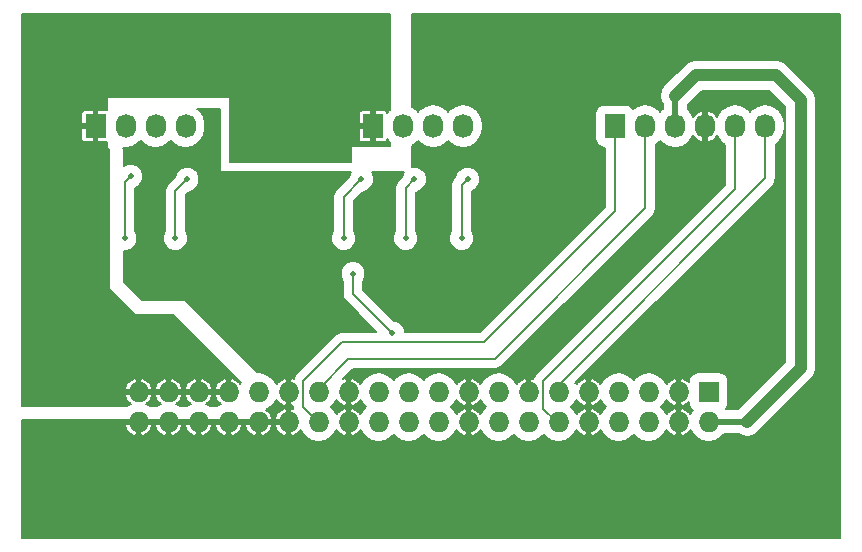
<source format=gbr>
G04 #@! TF.FileFunction,Copper,L2,Bot,Mixed*
%FSLAX46Y46*%
G04 Gerber Fmt 4.6, Leading zero omitted, Abs format (unit mm)*
G04 Created by KiCad (PCBNEW 4.0.4-stable) date 02/07/17 10:52:47*
%MOMM*%
%LPD*%
G01*
G04 APERTURE LIST*
%ADD10C,0.100000*%
%ADD11R,1.727200X1.727200*%
%ADD12O,1.727200X1.727200*%
%ADD13R,1.727200X2.032000*%
%ADD14O,1.727200X2.032000*%
%ADD15C,0.500000*%
%ADD16C,0.150000*%
%ADD17C,0.500000*%
%ADD18C,1.000000*%
%ADD19C,0.200000*%
G04 APERTURE END LIST*
D10*
D11*
X170900000Y-111520000D03*
D12*
X170900000Y-114060000D03*
X168360000Y-111520000D03*
X168360000Y-114060000D03*
X165820000Y-111520000D03*
X165820000Y-114060000D03*
X163280000Y-111520000D03*
X163280000Y-114060000D03*
X160740000Y-111520000D03*
X160740000Y-114060000D03*
X158200000Y-111520000D03*
X158200000Y-114060000D03*
X155660000Y-111520000D03*
X155660000Y-114060000D03*
X153120000Y-111520000D03*
X153120000Y-114060000D03*
X150580000Y-111520000D03*
X150580000Y-114060000D03*
X148040000Y-111520000D03*
X148040000Y-114060000D03*
X145500000Y-111520000D03*
X145500000Y-114060000D03*
X142960000Y-111520000D03*
X142960000Y-114060000D03*
X140420000Y-111520000D03*
X140420000Y-114060000D03*
X137880000Y-111520000D03*
X137880000Y-114060000D03*
X135340000Y-111520000D03*
X135340000Y-114060000D03*
X132800000Y-111520000D03*
X132800000Y-114060000D03*
X130260000Y-111520000D03*
X130260000Y-114060000D03*
X127720000Y-111520000D03*
X127720000Y-114060000D03*
X125180000Y-111520000D03*
X125180000Y-114060000D03*
X122640000Y-111520000D03*
X122640000Y-114060000D03*
D13*
X119000000Y-89000000D03*
D14*
X121540000Y-89000000D03*
X124080000Y-89000000D03*
X126620000Y-89000000D03*
D13*
X142500000Y-89000000D03*
D14*
X145040000Y-89000000D03*
X147580000Y-89000000D03*
X150120000Y-89000000D03*
D13*
X163000000Y-89000000D03*
D14*
X165540000Y-89000000D03*
X168080000Y-89000000D03*
X170620000Y-89000000D03*
X173160000Y-89000000D03*
X175700000Y-89000000D03*
D15*
X137700000Y-99900000D03*
X137600000Y-105100000D03*
X132700000Y-105000000D03*
X132700000Y-99800000D03*
X144130000Y-106500000D03*
X140800000Y-101500000D03*
X126750000Y-93500000D03*
X125750000Y-98500000D03*
X122000000Y-93250000D03*
X121500000Y-98500000D03*
X150500000Y-93500000D03*
X150000000Y-98500000D03*
X146000000Y-93500000D03*
X145250000Y-98500000D03*
X141500000Y-93500000D03*
X140000000Y-98500000D03*
D16*
X137700000Y-105000000D02*
X137700000Y-99900000D01*
X137600000Y-105100000D02*
X137700000Y-105000000D01*
X132700000Y-99800000D02*
X132700000Y-105000000D01*
D17*
X168080000Y-89000000D02*
X168080000Y-86420000D01*
X174200000Y-114000000D02*
X170960000Y-114000000D01*
D18*
X178700000Y-109500000D02*
X174200000Y-114000000D01*
X178700000Y-86800000D02*
X178700000Y-109500000D01*
X176600000Y-84700000D02*
X178700000Y-86800000D01*
X169800000Y-84700000D02*
X176600000Y-84700000D01*
X168080000Y-86420000D02*
X169800000Y-84700000D01*
D17*
X170960000Y-114000000D02*
X170900000Y-114060000D01*
D16*
X158200000Y-111520000D02*
X158200000Y-110900000D01*
X158200000Y-110900000D02*
X175700000Y-93400000D01*
X175700000Y-93400000D02*
X175700000Y-89000000D01*
X158200000Y-114060000D02*
X158060000Y-114060000D01*
X158060000Y-114060000D02*
X156900000Y-112900000D01*
X173160000Y-94340000D02*
X173160000Y-89000000D01*
X156900000Y-110600000D02*
X173160000Y-94340000D01*
X156900000Y-112900000D02*
X156900000Y-110600000D01*
X158200000Y-114060000D02*
X158340000Y-114060000D01*
X165540000Y-89000000D02*
X165540000Y-95960000D01*
X140400000Y-108700000D02*
X137880000Y-111220000D01*
X152800000Y-108700000D02*
X140400000Y-108700000D01*
X165540000Y-95960000D02*
X152800000Y-108700000D01*
X137880000Y-111220000D02*
X137880000Y-111520000D01*
X137880000Y-114060000D02*
X137860000Y-114060000D01*
X137860000Y-114060000D02*
X136600000Y-112800000D01*
X136600000Y-112800000D02*
X136600000Y-110600000D01*
X136600000Y-110600000D02*
X139900000Y-107300000D01*
X139900000Y-107300000D02*
X151900000Y-107300000D01*
X151900000Y-107300000D02*
X163000000Y-96200000D01*
X163000000Y-96200000D02*
X163000000Y-89000000D01*
X144125000Y-106505000D02*
X144105000Y-106505000D01*
X144130000Y-106500000D02*
X144125000Y-106505000D01*
X144105000Y-106505000D02*
X140800000Y-103200000D01*
X140800000Y-103200000D02*
X140800000Y-101500000D01*
X125750000Y-98500000D02*
X125750000Y-94500000D01*
X125750000Y-94500000D02*
X126750000Y-93500000D01*
X121500000Y-93750000D02*
X121500000Y-98500000D01*
X122000000Y-93250000D02*
X121500000Y-93750000D01*
X150000000Y-94000000D02*
X150000000Y-98500000D01*
X150500000Y-93500000D02*
X150000000Y-94000000D01*
X145250000Y-98500000D02*
X145250000Y-94250000D01*
X145250000Y-94250000D02*
X146000000Y-93500000D01*
X140000000Y-95000000D02*
X140000000Y-98500000D01*
X141500000Y-93500000D02*
X140000000Y-95000000D01*
D19*
G36*
X143900000Y-87611395D02*
X143863657Y-87635679D01*
X143699760Y-87880968D01*
X143660316Y-87785741D01*
X143561859Y-87687285D01*
X143433220Y-87634000D01*
X142741500Y-87634000D01*
X142654000Y-87721500D01*
X142654000Y-88846000D01*
X142674000Y-88846000D01*
X142674000Y-89154000D01*
X142654000Y-89154000D01*
X142654000Y-90278500D01*
X142741500Y-90366000D01*
X143433220Y-90366000D01*
X143561859Y-90312715D01*
X143660316Y-90214259D01*
X143699760Y-90119032D01*
X143863657Y-90364321D01*
X143900000Y-90388605D01*
X143900000Y-90700000D01*
X140700000Y-90700000D01*
X140661094Y-90707879D01*
X140628319Y-90730273D01*
X140606839Y-90763654D01*
X140600000Y-90800000D01*
X140600000Y-92000000D01*
X130400000Y-92000000D01*
X130400000Y-89241500D01*
X141286400Y-89241500D01*
X141286400Y-90085619D01*
X141339684Y-90214259D01*
X141438141Y-90312715D01*
X141566780Y-90366000D01*
X142258500Y-90366000D01*
X142346000Y-90278500D01*
X142346000Y-89154000D01*
X141373900Y-89154000D01*
X141286400Y-89241500D01*
X130400000Y-89241500D01*
X130400000Y-87914381D01*
X141286400Y-87914381D01*
X141286400Y-88758500D01*
X141373900Y-88846000D01*
X142346000Y-88846000D01*
X142346000Y-87721500D01*
X142258500Y-87634000D01*
X141566780Y-87634000D01*
X141438141Y-87687285D01*
X141339684Y-87785741D01*
X141286400Y-87914381D01*
X130400000Y-87914381D01*
X130400000Y-86600000D01*
X130392121Y-86561094D01*
X130369727Y-86528319D01*
X130336346Y-86506839D01*
X130300000Y-86500000D01*
X120100000Y-86500000D01*
X120061094Y-86507879D01*
X120028319Y-86530273D01*
X120006839Y-86563654D01*
X120000000Y-86600000D01*
X120000000Y-87661662D01*
X119933220Y-87634000D01*
X119241500Y-87634000D01*
X119154000Y-87721500D01*
X119154000Y-88846000D01*
X119174000Y-88846000D01*
X119174000Y-89154000D01*
X119154000Y-89154000D01*
X119154000Y-90278500D01*
X119241500Y-90366000D01*
X119933220Y-90366000D01*
X120000000Y-90338338D01*
X120000000Y-90800000D01*
X120007879Y-90838906D01*
X120030273Y-90871681D01*
X120063654Y-90893161D01*
X120100000Y-90900000D01*
X120150000Y-90900000D01*
X120150000Y-102700000D01*
X120157879Y-102738906D01*
X120178481Y-102769893D01*
X122328481Y-104969893D01*
X122361308Y-104992211D01*
X122400000Y-105000000D01*
X125558578Y-105000000D01*
X131321642Y-110763064D01*
X131263034Y-110850776D01*
X131260383Y-110864101D01*
X131205947Y-110759708D01*
X130842990Y-110455584D01*
X130600418Y-110355123D01*
X130414000Y-110404480D01*
X130414000Y-111366000D01*
X130434000Y-111366000D01*
X130434000Y-111674000D01*
X130414000Y-111674000D01*
X130414000Y-111694000D01*
X130106000Y-111694000D01*
X130106000Y-111674000D01*
X129143696Y-111674000D01*
X129095108Y-111860420D01*
X129314053Y-112280292D01*
X129590815Y-112512193D01*
X129309742Y-112700000D01*
X128670258Y-112700000D01*
X128389185Y-112512193D01*
X128665947Y-112280292D01*
X128884892Y-111860420D01*
X128836304Y-111674000D01*
X127874000Y-111674000D01*
X127874000Y-111694000D01*
X127566000Y-111694000D01*
X127566000Y-111674000D01*
X126603696Y-111674000D01*
X126555108Y-111860420D01*
X126774053Y-112280292D01*
X127050815Y-112512193D01*
X126769742Y-112700000D01*
X126130258Y-112700000D01*
X125849185Y-112512193D01*
X126125947Y-112280292D01*
X126344892Y-111860420D01*
X126296304Y-111674000D01*
X125334000Y-111674000D01*
X125334000Y-111694000D01*
X125026000Y-111694000D01*
X125026000Y-111674000D01*
X124063696Y-111674000D01*
X124015108Y-111860420D01*
X124234053Y-112280292D01*
X124510815Y-112512193D01*
X124229742Y-112700000D01*
X123590258Y-112700000D01*
X123309185Y-112512193D01*
X123585947Y-112280292D01*
X123804892Y-111860420D01*
X123756304Y-111674000D01*
X122794000Y-111674000D01*
X122794000Y-111694000D01*
X122486000Y-111694000D01*
X122486000Y-111674000D01*
X121523696Y-111674000D01*
X121475108Y-111860420D01*
X121694053Y-112280292D01*
X121970815Y-112512193D01*
X121689742Y-112700000D01*
X112751322Y-112700000D01*
X112751322Y-111179580D01*
X121475108Y-111179580D01*
X121523696Y-111366000D01*
X122486000Y-111366000D01*
X122486000Y-110404480D01*
X122794000Y-110404480D01*
X122794000Y-111366000D01*
X123756304Y-111366000D01*
X123804892Y-111179580D01*
X124015108Y-111179580D01*
X124063696Y-111366000D01*
X125026000Y-111366000D01*
X125026000Y-110404480D01*
X125334000Y-110404480D01*
X125334000Y-111366000D01*
X126296304Y-111366000D01*
X126344892Y-111179580D01*
X126555108Y-111179580D01*
X126603696Y-111366000D01*
X127566000Y-111366000D01*
X127566000Y-110404480D01*
X127874000Y-110404480D01*
X127874000Y-111366000D01*
X128836304Y-111366000D01*
X128884892Y-111179580D01*
X129095108Y-111179580D01*
X129143696Y-111366000D01*
X130106000Y-111366000D01*
X130106000Y-110404480D01*
X129919582Y-110355123D01*
X129677010Y-110455584D01*
X129314053Y-110759708D01*
X129095108Y-111179580D01*
X128884892Y-111179580D01*
X128665947Y-110759708D01*
X128302990Y-110455584D01*
X128060418Y-110355123D01*
X127874000Y-110404480D01*
X127566000Y-110404480D01*
X127379582Y-110355123D01*
X127137010Y-110455584D01*
X126774053Y-110759708D01*
X126555108Y-111179580D01*
X126344892Y-111179580D01*
X126125947Y-110759708D01*
X125762990Y-110455584D01*
X125520418Y-110355123D01*
X125334000Y-110404480D01*
X125026000Y-110404480D01*
X124839582Y-110355123D01*
X124597010Y-110455584D01*
X124234053Y-110759708D01*
X124015108Y-111179580D01*
X123804892Y-111179580D01*
X123585947Y-110759708D01*
X123222990Y-110455584D01*
X122980418Y-110355123D01*
X122794000Y-110404480D01*
X122486000Y-110404480D01*
X122299582Y-110355123D01*
X122057010Y-110455584D01*
X121694053Y-110759708D01*
X121475108Y-111179580D01*
X112751322Y-111179580D01*
X112751322Y-89241500D01*
X117786400Y-89241500D01*
X117786400Y-90085619D01*
X117839684Y-90214259D01*
X117938141Y-90312715D01*
X118066780Y-90366000D01*
X118758500Y-90366000D01*
X118846000Y-90278500D01*
X118846000Y-89154000D01*
X117873900Y-89154000D01*
X117786400Y-89241500D01*
X112751322Y-89241500D01*
X112751322Y-87914381D01*
X117786400Y-87914381D01*
X117786400Y-88758500D01*
X117873900Y-88846000D01*
X118846000Y-88846000D01*
X118846000Y-87721500D01*
X118758500Y-87634000D01*
X118066780Y-87634000D01*
X117938141Y-87687285D01*
X117839684Y-87785741D01*
X117786400Y-87914381D01*
X112751322Y-87914381D01*
X112751322Y-79535038D01*
X143900000Y-79535038D01*
X143900000Y-87611395D01*
X143900000Y-87611395D01*
G37*
X143900000Y-87611395D02*
X143863657Y-87635679D01*
X143699760Y-87880968D01*
X143660316Y-87785741D01*
X143561859Y-87687285D01*
X143433220Y-87634000D01*
X142741500Y-87634000D01*
X142654000Y-87721500D01*
X142654000Y-88846000D01*
X142674000Y-88846000D01*
X142674000Y-89154000D01*
X142654000Y-89154000D01*
X142654000Y-90278500D01*
X142741500Y-90366000D01*
X143433220Y-90366000D01*
X143561859Y-90312715D01*
X143660316Y-90214259D01*
X143699760Y-90119032D01*
X143863657Y-90364321D01*
X143900000Y-90388605D01*
X143900000Y-90700000D01*
X140700000Y-90700000D01*
X140661094Y-90707879D01*
X140628319Y-90730273D01*
X140606839Y-90763654D01*
X140600000Y-90800000D01*
X140600000Y-92000000D01*
X130400000Y-92000000D01*
X130400000Y-89241500D01*
X141286400Y-89241500D01*
X141286400Y-90085619D01*
X141339684Y-90214259D01*
X141438141Y-90312715D01*
X141566780Y-90366000D01*
X142258500Y-90366000D01*
X142346000Y-90278500D01*
X142346000Y-89154000D01*
X141373900Y-89154000D01*
X141286400Y-89241500D01*
X130400000Y-89241500D01*
X130400000Y-87914381D01*
X141286400Y-87914381D01*
X141286400Y-88758500D01*
X141373900Y-88846000D01*
X142346000Y-88846000D01*
X142346000Y-87721500D01*
X142258500Y-87634000D01*
X141566780Y-87634000D01*
X141438141Y-87687285D01*
X141339684Y-87785741D01*
X141286400Y-87914381D01*
X130400000Y-87914381D01*
X130400000Y-86600000D01*
X130392121Y-86561094D01*
X130369727Y-86528319D01*
X130336346Y-86506839D01*
X130300000Y-86500000D01*
X120100000Y-86500000D01*
X120061094Y-86507879D01*
X120028319Y-86530273D01*
X120006839Y-86563654D01*
X120000000Y-86600000D01*
X120000000Y-87661662D01*
X119933220Y-87634000D01*
X119241500Y-87634000D01*
X119154000Y-87721500D01*
X119154000Y-88846000D01*
X119174000Y-88846000D01*
X119174000Y-89154000D01*
X119154000Y-89154000D01*
X119154000Y-90278500D01*
X119241500Y-90366000D01*
X119933220Y-90366000D01*
X120000000Y-90338338D01*
X120000000Y-90800000D01*
X120007879Y-90838906D01*
X120030273Y-90871681D01*
X120063654Y-90893161D01*
X120100000Y-90900000D01*
X120150000Y-90900000D01*
X120150000Y-102700000D01*
X120157879Y-102738906D01*
X120178481Y-102769893D01*
X122328481Y-104969893D01*
X122361308Y-104992211D01*
X122400000Y-105000000D01*
X125558578Y-105000000D01*
X131321642Y-110763064D01*
X131263034Y-110850776D01*
X131260383Y-110864101D01*
X131205947Y-110759708D01*
X130842990Y-110455584D01*
X130600418Y-110355123D01*
X130414000Y-110404480D01*
X130414000Y-111366000D01*
X130434000Y-111366000D01*
X130434000Y-111674000D01*
X130414000Y-111674000D01*
X130414000Y-111694000D01*
X130106000Y-111694000D01*
X130106000Y-111674000D01*
X129143696Y-111674000D01*
X129095108Y-111860420D01*
X129314053Y-112280292D01*
X129590815Y-112512193D01*
X129309742Y-112700000D01*
X128670258Y-112700000D01*
X128389185Y-112512193D01*
X128665947Y-112280292D01*
X128884892Y-111860420D01*
X128836304Y-111674000D01*
X127874000Y-111674000D01*
X127874000Y-111694000D01*
X127566000Y-111694000D01*
X127566000Y-111674000D01*
X126603696Y-111674000D01*
X126555108Y-111860420D01*
X126774053Y-112280292D01*
X127050815Y-112512193D01*
X126769742Y-112700000D01*
X126130258Y-112700000D01*
X125849185Y-112512193D01*
X126125947Y-112280292D01*
X126344892Y-111860420D01*
X126296304Y-111674000D01*
X125334000Y-111674000D01*
X125334000Y-111694000D01*
X125026000Y-111694000D01*
X125026000Y-111674000D01*
X124063696Y-111674000D01*
X124015108Y-111860420D01*
X124234053Y-112280292D01*
X124510815Y-112512193D01*
X124229742Y-112700000D01*
X123590258Y-112700000D01*
X123309185Y-112512193D01*
X123585947Y-112280292D01*
X123804892Y-111860420D01*
X123756304Y-111674000D01*
X122794000Y-111674000D01*
X122794000Y-111694000D01*
X122486000Y-111694000D01*
X122486000Y-111674000D01*
X121523696Y-111674000D01*
X121475108Y-111860420D01*
X121694053Y-112280292D01*
X121970815Y-112512193D01*
X121689742Y-112700000D01*
X112751322Y-112700000D01*
X112751322Y-111179580D01*
X121475108Y-111179580D01*
X121523696Y-111366000D01*
X122486000Y-111366000D01*
X122486000Y-110404480D01*
X122794000Y-110404480D01*
X122794000Y-111366000D01*
X123756304Y-111366000D01*
X123804892Y-111179580D01*
X124015108Y-111179580D01*
X124063696Y-111366000D01*
X125026000Y-111366000D01*
X125026000Y-110404480D01*
X125334000Y-110404480D01*
X125334000Y-111366000D01*
X126296304Y-111366000D01*
X126344892Y-111179580D01*
X126555108Y-111179580D01*
X126603696Y-111366000D01*
X127566000Y-111366000D01*
X127566000Y-110404480D01*
X127874000Y-110404480D01*
X127874000Y-111366000D01*
X128836304Y-111366000D01*
X128884892Y-111179580D01*
X129095108Y-111179580D01*
X129143696Y-111366000D01*
X130106000Y-111366000D01*
X130106000Y-110404480D01*
X129919582Y-110355123D01*
X129677010Y-110455584D01*
X129314053Y-110759708D01*
X129095108Y-111179580D01*
X128884892Y-111179580D01*
X128665947Y-110759708D01*
X128302990Y-110455584D01*
X128060418Y-110355123D01*
X127874000Y-110404480D01*
X127566000Y-110404480D01*
X127379582Y-110355123D01*
X127137010Y-110455584D01*
X126774053Y-110759708D01*
X126555108Y-111179580D01*
X126344892Y-111179580D01*
X126125947Y-110759708D01*
X125762990Y-110455584D01*
X125520418Y-110355123D01*
X125334000Y-110404480D01*
X125026000Y-110404480D01*
X124839582Y-110355123D01*
X124597010Y-110455584D01*
X124234053Y-110759708D01*
X124015108Y-111179580D01*
X123804892Y-111179580D01*
X123585947Y-110759708D01*
X123222990Y-110455584D01*
X122980418Y-110355123D01*
X122794000Y-110404480D01*
X122486000Y-110404480D01*
X122299582Y-110355123D01*
X122057010Y-110455584D01*
X121694053Y-110759708D01*
X121475108Y-111179580D01*
X112751322Y-111179580D01*
X112751322Y-89241500D01*
X117786400Y-89241500D01*
X117786400Y-90085619D01*
X117839684Y-90214259D01*
X117938141Y-90312715D01*
X118066780Y-90366000D01*
X118758500Y-90366000D01*
X118846000Y-90278500D01*
X118846000Y-89154000D01*
X117873900Y-89154000D01*
X117786400Y-89241500D01*
X112751322Y-89241500D01*
X112751322Y-87914381D01*
X117786400Y-87914381D01*
X117786400Y-88758500D01*
X117873900Y-88846000D01*
X118846000Y-88846000D01*
X118846000Y-87721500D01*
X118758500Y-87634000D01*
X118066780Y-87634000D01*
X117938141Y-87687285D01*
X117839684Y-87785741D01*
X117786400Y-87914381D01*
X112751322Y-87914381D01*
X112751322Y-79535038D01*
X143900000Y-79535038D01*
X143900000Y-87611395D01*
G36*
X182051322Y-123835038D02*
X112751322Y-123835038D01*
X112751322Y-114400420D01*
X121475108Y-114400420D01*
X121694053Y-114820292D01*
X122057010Y-115124416D01*
X122299582Y-115224877D01*
X122486000Y-115175520D01*
X122486000Y-114214000D01*
X122794000Y-114214000D01*
X122794000Y-115175520D01*
X122980418Y-115224877D01*
X123222990Y-115124416D01*
X123585947Y-114820292D01*
X123804892Y-114400420D01*
X124015108Y-114400420D01*
X124234053Y-114820292D01*
X124597010Y-115124416D01*
X124839582Y-115224877D01*
X125026000Y-115175520D01*
X125026000Y-114214000D01*
X125334000Y-114214000D01*
X125334000Y-115175520D01*
X125520418Y-115224877D01*
X125762990Y-115124416D01*
X126125947Y-114820292D01*
X126344892Y-114400420D01*
X126555108Y-114400420D01*
X126774053Y-114820292D01*
X127137010Y-115124416D01*
X127379582Y-115224877D01*
X127566000Y-115175520D01*
X127566000Y-114214000D01*
X127874000Y-114214000D01*
X127874000Y-115175520D01*
X128060418Y-115224877D01*
X128302990Y-115124416D01*
X128665947Y-114820292D01*
X128884892Y-114400420D01*
X129095108Y-114400420D01*
X129314053Y-114820292D01*
X129677010Y-115124416D01*
X129919582Y-115224877D01*
X130106000Y-115175520D01*
X130106000Y-114214000D01*
X130414000Y-114214000D01*
X130414000Y-115175520D01*
X130600418Y-115224877D01*
X130842990Y-115124416D01*
X131205947Y-114820292D01*
X131424892Y-114400420D01*
X131635108Y-114400420D01*
X131854053Y-114820292D01*
X132217010Y-115124416D01*
X132459582Y-115224877D01*
X132646000Y-115175520D01*
X132646000Y-114214000D01*
X132954000Y-114214000D01*
X132954000Y-115175520D01*
X133140418Y-115224877D01*
X133382990Y-115124416D01*
X133745947Y-114820292D01*
X133964892Y-114400420D01*
X134175108Y-114400420D01*
X134394053Y-114820292D01*
X134757010Y-115124416D01*
X134999582Y-115224877D01*
X135186000Y-115175520D01*
X135186000Y-114214000D01*
X134223696Y-114214000D01*
X134175108Y-114400420D01*
X133964892Y-114400420D01*
X133916304Y-114214000D01*
X132954000Y-114214000D01*
X132646000Y-114214000D01*
X131683696Y-114214000D01*
X131635108Y-114400420D01*
X131424892Y-114400420D01*
X131376304Y-114214000D01*
X130414000Y-114214000D01*
X130106000Y-114214000D01*
X129143696Y-114214000D01*
X129095108Y-114400420D01*
X128884892Y-114400420D01*
X128836304Y-114214000D01*
X127874000Y-114214000D01*
X127566000Y-114214000D01*
X126603696Y-114214000D01*
X126555108Y-114400420D01*
X126344892Y-114400420D01*
X126296304Y-114214000D01*
X125334000Y-114214000D01*
X125026000Y-114214000D01*
X124063696Y-114214000D01*
X124015108Y-114400420D01*
X123804892Y-114400420D01*
X123756304Y-114214000D01*
X122794000Y-114214000D01*
X122486000Y-114214000D01*
X121523696Y-114214000D01*
X121475108Y-114400420D01*
X112751322Y-114400420D01*
X112751322Y-113900000D01*
X121522132Y-113900000D01*
X121523696Y-113906000D01*
X122486000Y-113906000D01*
X122486000Y-113900000D01*
X122794000Y-113900000D01*
X122794000Y-113906000D01*
X123756304Y-113906000D01*
X123757868Y-113900000D01*
X124062132Y-113900000D01*
X124063696Y-113906000D01*
X125026000Y-113906000D01*
X125026000Y-113900000D01*
X125334000Y-113900000D01*
X125334000Y-113906000D01*
X126296304Y-113906000D01*
X126297868Y-113900000D01*
X126602132Y-113900000D01*
X126603696Y-113906000D01*
X127566000Y-113906000D01*
X127566000Y-113900000D01*
X127874000Y-113900000D01*
X127874000Y-113906000D01*
X128836304Y-113906000D01*
X128837868Y-113900000D01*
X129142132Y-113900000D01*
X129143696Y-113906000D01*
X130106000Y-113906000D01*
X130106000Y-113900000D01*
X130414000Y-113900000D01*
X130414000Y-113906000D01*
X131376304Y-113906000D01*
X131377868Y-113900000D01*
X131682132Y-113900000D01*
X131683696Y-113906000D01*
X132646000Y-113906000D01*
X132646000Y-113900000D01*
X132800000Y-113900000D01*
X132838906Y-113892121D01*
X132847864Y-113886000D01*
X132954000Y-113886000D01*
X132954000Y-113906000D01*
X133916304Y-113906000D01*
X133964892Y-113719580D01*
X134175108Y-113719580D01*
X134223696Y-113906000D01*
X135186000Y-113906000D01*
X135186000Y-112944480D01*
X134999582Y-112895123D01*
X134757010Y-112995584D01*
X134394053Y-113299708D01*
X134175108Y-113719580D01*
X133964892Y-113719580D01*
X133745947Y-113299708D01*
X133469185Y-113067807D01*
X133976343Y-112728935D01*
X134336966Y-112189224D01*
X134339617Y-112175899D01*
X134394053Y-112280292D01*
X134757010Y-112584416D01*
X134999582Y-112684877D01*
X135186000Y-112635520D01*
X135186000Y-111674000D01*
X135166000Y-111674000D01*
X135166000Y-111366000D01*
X135186000Y-111366000D01*
X135186000Y-110404480D01*
X135494000Y-110404480D01*
X135494000Y-111366000D01*
X135514000Y-111366000D01*
X135514000Y-111674000D01*
X135494000Y-111674000D01*
X135494000Y-112635520D01*
X135680418Y-112684877D01*
X135725000Y-112666413D01*
X135725000Y-112800000D01*
X135749622Y-112923784D01*
X135680418Y-112895123D01*
X135494000Y-112944480D01*
X135494000Y-113906000D01*
X135514000Y-113906000D01*
X135514000Y-114214000D01*
X135494000Y-114214000D01*
X135494000Y-115175520D01*
X135680418Y-115224877D01*
X135922990Y-115124416D01*
X136285947Y-114820292D01*
X136340383Y-114715899D01*
X136343034Y-114729224D01*
X136703657Y-115268935D01*
X137243368Y-115629558D01*
X137880000Y-115756192D01*
X138516632Y-115629558D01*
X139056343Y-115268935D01*
X139416966Y-114729224D01*
X139419617Y-114715899D01*
X139474053Y-114820292D01*
X139837010Y-115124416D01*
X140079582Y-115224877D01*
X140266000Y-115175520D01*
X140266000Y-114214000D01*
X140246000Y-114214000D01*
X140246000Y-113906000D01*
X140266000Y-113906000D01*
X140266000Y-112944480D01*
X140079582Y-112895123D01*
X139837010Y-112995584D01*
X139474053Y-113299708D01*
X139419617Y-113404101D01*
X139416966Y-113390776D01*
X139056343Y-112851065D01*
X138964953Y-112790000D01*
X139056343Y-112728935D01*
X139416966Y-112189224D01*
X139419617Y-112175899D01*
X139474053Y-112280292D01*
X139837010Y-112584416D01*
X140079582Y-112684877D01*
X140266000Y-112635520D01*
X140266000Y-111674000D01*
X140246000Y-111674000D01*
X140246000Y-111366000D01*
X140266000Y-111366000D01*
X140266000Y-110404480D01*
X140574000Y-110404480D01*
X140574000Y-111366000D01*
X140594000Y-111366000D01*
X140594000Y-111674000D01*
X140574000Y-111674000D01*
X140574000Y-112635520D01*
X140760418Y-112684877D01*
X141002990Y-112584416D01*
X141365947Y-112280292D01*
X141420383Y-112175899D01*
X141423034Y-112189224D01*
X141783657Y-112728935D01*
X141875047Y-112790000D01*
X141783657Y-112851065D01*
X141423034Y-113390776D01*
X141420383Y-113404101D01*
X141365947Y-113299708D01*
X141002990Y-112995584D01*
X140760418Y-112895123D01*
X140574000Y-112944480D01*
X140574000Y-113906000D01*
X140594000Y-113906000D01*
X140594000Y-114214000D01*
X140574000Y-114214000D01*
X140574000Y-115175520D01*
X140760418Y-115224877D01*
X141002990Y-115124416D01*
X141365947Y-114820292D01*
X141420383Y-114715899D01*
X141423034Y-114729224D01*
X141783657Y-115268935D01*
X142323368Y-115629558D01*
X142960000Y-115756192D01*
X143596632Y-115629558D01*
X144136343Y-115268935D01*
X144230000Y-115128767D01*
X144323657Y-115268935D01*
X144863368Y-115629558D01*
X145500000Y-115756192D01*
X146136632Y-115629558D01*
X146676343Y-115268935D01*
X146770000Y-115128767D01*
X146863657Y-115268935D01*
X147403368Y-115629558D01*
X148040000Y-115756192D01*
X148676632Y-115629558D01*
X149216343Y-115268935D01*
X149576966Y-114729224D01*
X149579617Y-114715899D01*
X149634053Y-114820292D01*
X149997010Y-115124416D01*
X150239582Y-115224877D01*
X150426000Y-115175520D01*
X150426000Y-114214000D01*
X150406000Y-114214000D01*
X150406000Y-113906000D01*
X150426000Y-113906000D01*
X150426000Y-112944480D01*
X150239582Y-112895123D01*
X149997010Y-112995584D01*
X149634053Y-113299708D01*
X149579617Y-113404101D01*
X149576966Y-113390776D01*
X149216343Y-112851065D01*
X149124953Y-112790000D01*
X149216343Y-112728935D01*
X149576966Y-112189224D01*
X149579617Y-112175899D01*
X149634053Y-112280292D01*
X149997010Y-112584416D01*
X150239582Y-112684877D01*
X150426000Y-112635520D01*
X150426000Y-111674000D01*
X150406000Y-111674000D01*
X150406000Y-111366000D01*
X150426000Y-111366000D01*
X150426000Y-110404480D01*
X150734000Y-110404480D01*
X150734000Y-111366000D01*
X150754000Y-111366000D01*
X150754000Y-111674000D01*
X150734000Y-111674000D01*
X150734000Y-112635520D01*
X150920418Y-112684877D01*
X151162990Y-112584416D01*
X151525947Y-112280292D01*
X151580383Y-112175899D01*
X151583034Y-112189224D01*
X151943657Y-112728935D01*
X152035047Y-112790000D01*
X151943657Y-112851065D01*
X151583034Y-113390776D01*
X151580383Y-113404101D01*
X151525947Y-113299708D01*
X151162990Y-112995584D01*
X150920418Y-112895123D01*
X150734000Y-112944480D01*
X150734000Y-113906000D01*
X150754000Y-113906000D01*
X150754000Y-114214000D01*
X150734000Y-114214000D01*
X150734000Y-115175520D01*
X150920418Y-115224877D01*
X151162990Y-115124416D01*
X151525947Y-114820292D01*
X151580383Y-114715899D01*
X151583034Y-114729224D01*
X151943657Y-115268935D01*
X152483368Y-115629558D01*
X153120000Y-115756192D01*
X153756632Y-115629558D01*
X154296343Y-115268935D01*
X154390000Y-115128767D01*
X154483657Y-115268935D01*
X155023368Y-115629558D01*
X155660000Y-115756192D01*
X156296632Y-115629558D01*
X156836343Y-115268935D01*
X156930000Y-115128767D01*
X157023657Y-115268935D01*
X157563368Y-115629558D01*
X158200000Y-115756192D01*
X158836632Y-115629558D01*
X159376343Y-115268935D01*
X159736966Y-114729224D01*
X159739617Y-114715899D01*
X159794053Y-114820292D01*
X160157010Y-115124416D01*
X160399582Y-115224877D01*
X160586000Y-115175520D01*
X160586000Y-114214000D01*
X160566000Y-114214000D01*
X160566000Y-113906000D01*
X160586000Y-113906000D01*
X160586000Y-112944480D01*
X160399582Y-112895123D01*
X160157010Y-112995584D01*
X159794053Y-113299708D01*
X159739617Y-113404101D01*
X159736966Y-113390776D01*
X159376343Y-112851065D01*
X159284953Y-112790000D01*
X159376343Y-112728935D01*
X159736966Y-112189224D01*
X159739617Y-112175899D01*
X159794053Y-112280292D01*
X160157010Y-112584416D01*
X160399582Y-112684877D01*
X160586000Y-112635520D01*
X160586000Y-111674000D01*
X160566000Y-111674000D01*
X160566000Y-111366000D01*
X160586000Y-111366000D01*
X160586000Y-110404480D01*
X160894000Y-110404480D01*
X160894000Y-111366000D01*
X160914000Y-111366000D01*
X160914000Y-111674000D01*
X160894000Y-111674000D01*
X160894000Y-112635520D01*
X161080418Y-112684877D01*
X161322990Y-112584416D01*
X161685947Y-112280292D01*
X161740383Y-112175899D01*
X161743034Y-112189224D01*
X162103657Y-112728935D01*
X162195047Y-112790000D01*
X162103657Y-112851065D01*
X161743034Y-113390776D01*
X161740383Y-113404101D01*
X161685947Y-113299708D01*
X161322990Y-112995584D01*
X161080418Y-112895123D01*
X160894000Y-112944480D01*
X160894000Y-113906000D01*
X160914000Y-113906000D01*
X160914000Y-114214000D01*
X160894000Y-114214000D01*
X160894000Y-115175520D01*
X161080418Y-115224877D01*
X161322990Y-115124416D01*
X161685947Y-114820292D01*
X161740383Y-114715899D01*
X161743034Y-114729224D01*
X162103657Y-115268935D01*
X162643368Y-115629558D01*
X163280000Y-115756192D01*
X163916632Y-115629558D01*
X164456343Y-115268935D01*
X164550000Y-115128767D01*
X164643657Y-115268935D01*
X165183368Y-115629558D01*
X165820000Y-115756192D01*
X166456632Y-115629558D01*
X166996343Y-115268935D01*
X167356966Y-114729224D01*
X167359617Y-114715899D01*
X167414053Y-114820292D01*
X167777010Y-115124416D01*
X168019582Y-115224877D01*
X168206000Y-115175520D01*
X168206000Y-114214000D01*
X168186000Y-114214000D01*
X168186000Y-113906000D01*
X168206000Y-113906000D01*
X168206000Y-112944480D01*
X168019582Y-112895123D01*
X167777010Y-112995584D01*
X167414053Y-113299708D01*
X167359617Y-113404101D01*
X167356966Y-113390776D01*
X166996343Y-112851065D01*
X166904953Y-112790000D01*
X166996343Y-112728935D01*
X167356966Y-112189224D01*
X167359617Y-112175899D01*
X167414053Y-112280292D01*
X167777010Y-112584416D01*
X168019582Y-112684877D01*
X168206000Y-112635520D01*
X168206000Y-111674000D01*
X168186000Y-111674000D01*
X168186000Y-111366000D01*
X168206000Y-111366000D01*
X168206000Y-110404480D01*
X168019582Y-110355123D01*
X167777010Y-110455584D01*
X167414053Y-110759708D01*
X167359617Y-110864101D01*
X167356966Y-110850776D01*
X166996343Y-110311065D01*
X166456632Y-109950442D01*
X165820000Y-109823808D01*
X165183368Y-109950442D01*
X164643657Y-110311065D01*
X164550000Y-110451233D01*
X164456343Y-110311065D01*
X163916632Y-109950442D01*
X163280000Y-109823808D01*
X162643368Y-109950442D01*
X162103657Y-110311065D01*
X161743034Y-110850776D01*
X161740383Y-110864101D01*
X161685947Y-110759708D01*
X161322990Y-110455584D01*
X161080418Y-110355123D01*
X160894000Y-110404480D01*
X160586000Y-110404480D01*
X160399582Y-110355123D01*
X160157010Y-110455584D01*
X159794053Y-110759708D01*
X159739617Y-110864101D01*
X159736966Y-110850776D01*
X159636708Y-110700728D01*
X176318718Y-94018719D01*
X176508395Y-93734849D01*
X176530245Y-93625000D01*
X176575000Y-93400000D01*
X176575000Y-90565672D01*
X176876343Y-90364321D01*
X177236966Y-89824610D01*
X177363600Y-89187978D01*
X177363600Y-88812022D01*
X177236966Y-88175390D01*
X176876343Y-87635679D01*
X176336632Y-87275056D01*
X175700000Y-87148422D01*
X175063368Y-87275056D01*
X174523657Y-87635679D01*
X174430000Y-87775847D01*
X174336343Y-87635679D01*
X173796632Y-87275056D01*
X173160000Y-87148422D01*
X172523368Y-87275056D01*
X171983657Y-87635679D01*
X171623034Y-88175390D01*
X171622452Y-88178315D01*
X171331983Y-87864918D01*
X170960418Y-87682723D01*
X170774000Y-87732080D01*
X170774000Y-88846000D01*
X170794000Y-88846000D01*
X170794000Y-89154000D01*
X170774000Y-89154000D01*
X170774000Y-90267920D01*
X170960418Y-90317277D01*
X171331983Y-90135082D01*
X171622452Y-89821685D01*
X171623034Y-89824610D01*
X171983657Y-90364321D01*
X172285000Y-90565672D01*
X172285000Y-93977563D01*
X156281282Y-109981282D01*
X156091605Y-110265152D01*
X156068131Y-110383166D01*
X156000418Y-110355123D01*
X155814000Y-110404480D01*
X155814000Y-111366000D01*
X155834000Y-111366000D01*
X155834000Y-111674000D01*
X155814000Y-111674000D01*
X155814000Y-111694000D01*
X155506000Y-111694000D01*
X155506000Y-111674000D01*
X155486000Y-111674000D01*
X155486000Y-111366000D01*
X155506000Y-111366000D01*
X155506000Y-110404480D01*
X155319582Y-110355123D01*
X155077010Y-110455584D01*
X154714053Y-110759708D01*
X154659617Y-110864101D01*
X154656966Y-110850776D01*
X154296343Y-110311065D01*
X153756632Y-109950442D01*
X153120000Y-109823808D01*
X152483368Y-109950442D01*
X151943657Y-110311065D01*
X151583034Y-110850776D01*
X151580383Y-110864101D01*
X151525947Y-110759708D01*
X151162990Y-110455584D01*
X150920418Y-110355123D01*
X150734000Y-110404480D01*
X150426000Y-110404480D01*
X150239582Y-110355123D01*
X149997010Y-110455584D01*
X149634053Y-110759708D01*
X149579617Y-110864101D01*
X149576966Y-110850776D01*
X149216343Y-110311065D01*
X148676632Y-109950442D01*
X148040000Y-109823808D01*
X147403368Y-109950442D01*
X146863657Y-110311065D01*
X146770000Y-110451233D01*
X146676343Y-110311065D01*
X146136632Y-109950442D01*
X145500000Y-109823808D01*
X144863368Y-109950442D01*
X144323657Y-110311065D01*
X144230000Y-110451233D01*
X144136343Y-110311065D01*
X143596632Y-109950442D01*
X142960000Y-109823808D01*
X142323368Y-109950442D01*
X141783657Y-110311065D01*
X141423034Y-110850776D01*
X141420383Y-110864101D01*
X141365947Y-110759708D01*
X141002990Y-110455584D01*
X140760418Y-110355123D01*
X140574000Y-110404480D01*
X140266000Y-110404480D01*
X140079582Y-110355123D01*
X139913553Y-110423884D01*
X140762437Y-109575000D01*
X152800000Y-109575000D01*
X153134848Y-109508395D01*
X153418718Y-109318718D01*
X166158719Y-96578718D01*
X166348395Y-96294848D01*
X166415000Y-95960000D01*
X166415000Y-90565672D01*
X166716343Y-90364321D01*
X166810000Y-90224153D01*
X166903657Y-90364321D01*
X167443368Y-90724944D01*
X168080000Y-90851578D01*
X168716632Y-90724944D01*
X169256343Y-90364321D01*
X169616966Y-89824610D01*
X169617548Y-89821685D01*
X169908017Y-90135082D01*
X170279582Y-90317277D01*
X170466000Y-90267920D01*
X170466000Y-89154000D01*
X170446000Y-89154000D01*
X170446000Y-88846000D01*
X170466000Y-88846000D01*
X170466000Y-87732080D01*
X170279582Y-87682723D01*
X169908017Y-87864918D01*
X169617548Y-88178315D01*
X169616966Y-88175390D01*
X169256343Y-87635679D01*
X169130000Y-87551259D01*
X169130000Y-87208478D01*
X170338478Y-86000000D01*
X176061522Y-86000000D01*
X177400000Y-87338477D01*
X177400000Y-108961522D01*
X173411522Y-112950000D01*
X172344834Y-112950000D01*
X172515009Y-112700942D01*
X172579272Y-112383600D01*
X172579272Y-110656400D01*
X172523489Y-110359938D01*
X172348280Y-110087656D01*
X172080942Y-109904991D01*
X171763600Y-109840728D01*
X170036400Y-109840728D01*
X169739938Y-109896511D01*
X169467656Y-110071720D01*
X169284991Y-110339058D01*
X169220728Y-110656400D01*
X169220728Y-110688302D01*
X168942990Y-110455584D01*
X168700418Y-110355123D01*
X168514000Y-110404480D01*
X168514000Y-111366000D01*
X168534000Y-111366000D01*
X168534000Y-111674000D01*
X168514000Y-111674000D01*
X168514000Y-112635520D01*
X168700418Y-112684877D01*
X168942990Y-112584416D01*
X169220728Y-112351698D01*
X169220728Y-112383600D01*
X169276511Y-112680062D01*
X169451720Y-112952344D01*
X169591959Y-113048165D01*
X169363034Y-113390776D01*
X169360383Y-113404101D01*
X169305947Y-113299708D01*
X168942990Y-112995584D01*
X168700418Y-112895123D01*
X168514000Y-112944480D01*
X168514000Y-113906000D01*
X168534000Y-113906000D01*
X168534000Y-114214000D01*
X168514000Y-114214000D01*
X168514000Y-115175520D01*
X168700418Y-115224877D01*
X168942990Y-115124416D01*
X169305947Y-114820292D01*
X169360383Y-114715899D01*
X169363034Y-114729224D01*
X169723657Y-115268935D01*
X170263368Y-115629558D01*
X170900000Y-115756192D01*
X171536632Y-115629558D01*
X172076343Y-115268935D01*
X172222631Y-115050000D01*
X173476459Y-115050000D01*
X173702511Y-115201043D01*
X174200000Y-115300000D01*
X174697489Y-115201043D01*
X175119239Y-114919239D01*
X179619239Y-110419239D01*
X179901043Y-109997489D01*
X180000000Y-109500000D01*
X180000000Y-86800000D01*
X179901043Y-86302512D01*
X179619239Y-85880761D01*
X179619236Y-85880759D01*
X177519239Y-83780761D01*
X177097489Y-83498957D01*
X176600000Y-83400000D01*
X169800000Y-83400000D01*
X169302511Y-83498957D01*
X168880761Y-83780761D01*
X167160761Y-85500761D01*
X166878957Y-85922511D01*
X166780000Y-86420000D01*
X166878957Y-86917489D01*
X167030000Y-87143541D01*
X167030000Y-87551259D01*
X166903657Y-87635679D01*
X166810000Y-87775847D01*
X166716343Y-87635679D01*
X166176632Y-87275056D01*
X165540000Y-87148422D01*
X164903368Y-87275056D01*
X164522026Y-87529860D01*
X164448280Y-87415256D01*
X164180942Y-87232591D01*
X163863600Y-87168328D01*
X162136400Y-87168328D01*
X161839938Y-87224111D01*
X161567656Y-87399320D01*
X161384991Y-87666658D01*
X161320728Y-87984000D01*
X161320728Y-90016000D01*
X161376511Y-90312462D01*
X161551720Y-90584744D01*
X161819058Y-90767409D01*
X162125000Y-90829363D01*
X162125000Y-95837563D01*
X151537564Y-106425000D01*
X145180066Y-106425000D01*
X145180182Y-106292058D01*
X145020666Y-105906000D01*
X144725554Y-105610372D01*
X144339774Y-105450182D01*
X144287573Y-105450137D01*
X141675000Y-102837564D01*
X141675000Y-102110156D01*
X141689628Y-102095554D01*
X141849818Y-101709774D01*
X141850182Y-101292058D01*
X141690666Y-100906000D01*
X141395554Y-100610372D01*
X141009774Y-100450182D01*
X140592058Y-100449818D01*
X140206000Y-100609334D01*
X139910372Y-100904446D01*
X139750182Y-101290226D01*
X139749818Y-101707942D01*
X139909334Y-102094000D01*
X139925000Y-102109693D01*
X139925000Y-103200000D01*
X139991605Y-103534848D01*
X140181282Y-103818718D01*
X142787563Y-106425000D01*
X139900000Y-106425000D01*
X139565152Y-106491605D01*
X139281282Y-106681281D01*
X135981282Y-109981282D01*
X135791605Y-110265152D01*
X135766608Y-110390819D01*
X135680418Y-110355123D01*
X135494000Y-110404480D01*
X135186000Y-110404480D01*
X134999582Y-110355123D01*
X134757010Y-110455584D01*
X134394053Y-110759708D01*
X134339617Y-110864101D01*
X134336966Y-110850776D01*
X133976343Y-110311065D01*
X133436632Y-109950442D01*
X132800000Y-109823808D01*
X132687590Y-109846168D01*
X126570711Y-103729289D01*
X126537629Y-103707350D01*
X126500000Y-103700000D01*
X122941422Y-103700000D01*
X121400000Y-102158578D01*
X121400000Y-99549914D01*
X121707942Y-99550182D01*
X122094000Y-99390666D01*
X122389628Y-99095554D01*
X122549818Y-98709774D01*
X122549819Y-98707942D01*
X124699818Y-98707942D01*
X124859334Y-99094000D01*
X125154446Y-99389628D01*
X125540226Y-99549818D01*
X125957942Y-99550182D01*
X126344000Y-99390666D01*
X126639628Y-99095554D01*
X126799818Y-98709774D01*
X126800182Y-98292058D01*
X126640666Y-97906000D01*
X126625000Y-97890307D01*
X126625000Y-94862436D01*
X126937273Y-94550164D01*
X126957942Y-94550182D01*
X127344000Y-94390666D01*
X127639628Y-94095554D01*
X127799818Y-93709774D01*
X127800182Y-93292058D01*
X127640666Y-92906000D01*
X127345554Y-92610372D01*
X126959774Y-92450182D01*
X126542058Y-92449818D01*
X126156000Y-92609334D01*
X125860372Y-92904446D01*
X125700182Y-93290226D01*
X125700163Y-93312401D01*
X125131282Y-93881282D01*
X124941605Y-94165152D01*
X124875000Y-94500000D01*
X124875000Y-97889844D01*
X124860372Y-97904446D01*
X124700182Y-98290226D01*
X124699818Y-98707942D01*
X122549819Y-98707942D01*
X122550182Y-98292058D01*
X122390666Y-97906000D01*
X122375000Y-97890307D01*
X122375000Y-94231155D01*
X122594000Y-94140666D01*
X122889628Y-93845554D01*
X123049818Y-93459774D01*
X123050182Y-93042058D01*
X122890666Y-92656000D01*
X122595554Y-92360372D01*
X122209774Y-92200182D01*
X121792058Y-92199818D01*
X121406000Y-92359334D01*
X121400000Y-92365324D01*
X121400000Y-90900000D01*
X121392121Y-90861094D01*
X121370711Y-90829289D01*
X121356499Y-90815077D01*
X121540000Y-90851578D01*
X122176632Y-90724944D01*
X122716343Y-90364321D01*
X122810000Y-90224153D01*
X122903657Y-90364321D01*
X123443368Y-90724944D01*
X124080000Y-90851578D01*
X124716632Y-90724944D01*
X125256343Y-90364321D01*
X125350000Y-90224153D01*
X125443657Y-90364321D01*
X125983368Y-90724944D01*
X126620000Y-90851578D01*
X127256632Y-90724944D01*
X127796343Y-90364321D01*
X128156966Y-89824610D01*
X128283600Y-89187978D01*
X128283600Y-88812022D01*
X128156966Y-88175390D01*
X127796343Y-87635679D01*
X127593285Y-87500000D01*
X129500000Y-87500000D01*
X129500000Y-92800000D01*
X129507879Y-92838906D01*
X129530273Y-92871681D01*
X129563654Y-92893161D01*
X129600000Y-92900000D01*
X140614826Y-92900000D01*
X140610372Y-92904446D01*
X140450182Y-93290226D01*
X140450163Y-93312401D01*
X139381282Y-94381282D01*
X139191605Y-94665152D01*
X139125000Y-95000000D01*
X139125000Y-97889844D01*
X139110372Y-97904446D01*
X138950182Y-98290226D01*
X138949818Y-98707942D01*
X139109334Y-99094000D01*
X139404446Y-99389628D01*
X139790226Y-99549818D01*
X140207942Y-99550182D01*
X140594000Y-99390666D01*
X140889628Y-99095554D01*
X141049818Y-98709774D01*
X141050182Y-98292058D01*
X140890666Y-97906000D01*
X140875000Y-97890307D01*
X140875000Y-95362436D01*
X141687273Y-94550164D01*
X141707942Y-94550182D01*
X142094000Y-94390666D01*
X142389628Y-94095554D01*
X142549818Y-93709774D01*
X142550182Y-93292058D01*
X142390666Y-92906000D01*
X142384676Y-92900000D01*
X145114826Y-92900000D01*
X145110372Y-92904446D01*
X144950182Y-93290226D01*
X144950163Y-93312401D01*
X144631282Y-93631282D01*
X144441605Y-93915152D01*
X144375000Y-94250000D01*
X144375000Y-97889844D01*
X144360372Y-97904446D01*
X144200182Y-98290226D01*
X144199818Y-98707942D01*
X144359334Y-99094000D01*
X144654446Y-99389628D01*
X145040226Y-99549818D01*
X145457942Y-99550182D01*
X145844000Y-99390666D01*
X146139628Y-99095554D01*
X146299818Y-98709774D01*
X146299819Y-98707942D01*
X148949818Y-98707942D01*
X149109334Y-99094000D01*
X149404446Y-99389628D01*
X149790226Y-99549818D01*
X150207942Y-99550182D01*
X150594000Y-99390666D01*
X150889628Y-99095554D01*
X151049818Y-98709774D01*
X151050182Y-98292058D01*
X150890666Y-97906000D01*
X150875000Y-97890307D01*
X150875000Y-94481155D01*
X151094000Y-94390666D01*
X151389628Y-94095554D01*
X151549818Y-93709774D01*
X151550182Y-93292058D01*
X151390666Y-92906000D01*
X151095554Y-92610372D01*
X150709774Y-92450182D01*
X150292058Y-92449818D01*
X149906000Y-92609334D01*
X149610372Y-92904446D01*
X149450182Y-93290226D01*
X149450163Y-93312401D01*
X149381282Y-93381282D01*
X149191605Y-93665152D01*
X149125000Y-94000000D01*
X149125000Y-97889844D01*
X149110372Y-97904446D01*
X148950182Y-98290226D01*
X148949818Y-98707942D01*
X146299819Y-98707942D01*
X146300182Y-98292058D01*
X146140666Y-97906000D01*
X146125000Y-97890307D01*
X146125000Y-94612436D01*
X146187272Y-94550164D01*
X146207942Y-94550182D01*
X146594000Y-94390666D01*
X146889628Y-94095554D01*
X147049818Y-93709774D01*
X147050182Y-93292058D01*
X146890666Y-92906000D01*
X146595554Y-92610372D01*
X146209774Y-92450182D01*
X145800000Y-92449825D01*
X145800000Y-90642512D01*
X146216343Y-90364321D01*
X146310000Y-90224153D01*
X146403657Y-90364321D01*
X146943368Y-90724944D01*
X147580000Y-90851578D01*
X148216632Y-90724944D01*
X148756343Y-90364321D01*
X148850000Y-90224153D01*
X148943657Y-90364321D01*
X149483368Y-90724944D01*
X150120000Y-90851578D01*
X150756632Y-90724944D01*
X151296343Y-90364321D01*
X151656966Y-89824610D01*
X151783600Y-89187978D01*
X151783600Y-88812022D01*
X151656966Y-88175390D01*
X151296343Y-87635679D01*
X150756632Y-87275056D01*
X150120000Y-87148422D01*
X149483368Y-87275056D01*
X148943657Y-87635679D01*
X148850000Y-87775847D01*
X148756343Y-87635679D01*
X148216632Y-87275056D01*
X147580000Y-87148422D01*
X146943368Y-87275056D01*
X146403657Y-87635679D01*
X146310000Y-87775847D01*
X146216343Y-87635679D01*
X145800000Y-87357488D01*
X145800000Y-79535038D01*
X182051322Y-79535038D01*
X182051322Y-123835038D01*
X182051322Y-123835038D01*
G37*
X182051322Y-123835038D02*
X112751322Y-123835038D01*
X112751322Y-114400420D01*
X121475108Y-114400420D01*
X121694053Y-114820292D01*
X122057010Y-115124416D01*
X122299582Y-115224877D01*
X122486000Y-115175520D01*
X122486000Y-114214000D01*
X122794000Y-114214000D01*
X122794000Y-115175520D01*
X122980418Y-115224877D01*
X123222990Y-115124416D01*
X123585947Y-114820292D01*
X123804892Y-114400420D01*
X124015108Y-114400420D01*
X124234053Y-114820292D01*
X124597010Y-115124416D01*
X124839582Y-115224877D01*
X125026000Y-115175520D01*
X125026000Y-114214000D01*
X125334000Y-114214000D01*
X125334000Y-115175520D01*
X125520418Y-115224877D01*
X125762990Y-115124416D01*
X126125947Y-114820292D01*
X126344892Y-114400420D01*
X126555108Y-114400420D01*
X126774053Y-114820292D01*
X127137010Y-115124416D01*
X127379582Y-115224877D01*
X127566000Y-115175520D01*
X127566000Y-114214000D01*
X127874000Y-114214000D01*
X127874000Y-115175520D01*
X128060418Y-115224877D01*
X128302990Y-115124416D01*
X128665947Y-114820292D01*
X128884892Y-114400420D01*
X129095108Y-114400420D01*
X129314053Y-114820292D01*
X129677010Y-115124416D01*
X129919582Y-115224877D01*
X130106000Y-115175520D01*
X130106000Y-114214000D01*
X130414000Y-114214000D01*
X130414000Y-115175520D01*
X130600418Y-115224877D01*
X130842990Y-115124416D01*
X131205947Y-114820292D01*
X131424892Y-114400420D01*
X131635108Y-114400420D01*
X131854053Y-114820292D01*
X132217010Y-115124416D01*
X132459582Y-115224877D01*
X132646000Y-115175520D01*
X132646000Y-114214000D01*
X132954000Y-114214000D01*
X132954000Y-115175520D01*
X133140418Y-115224877D01*
X133382990Y-115124416D01*
X133745947Y-114820292D01*
X133964892Y-114400420D01*
X134175108Y-114400420D01*
X134394053Y-114820292D01*
X134757010Y-115124416D01*
X134999582Y-115224877D01*
X135186000Y-115175520D01*
X135186000Y-114214000D01*
X134223696Y-114214000D01*
X134175108Y-114400420D01*
X133964892Y-114400420D01*
X133916304Y-114214000D01*
X132954000Y-114214000D01*
X132646000Y-114214000D01*
X131683696Y-114214000D01*
X131635108Y-114400420D01*
X131424892Y-114400420D01*
X131376304Y-114214000D01*
X130414000Y-114214000D01*
X130106000Y-114214000D01*
X129143696Y-114214000D01*
X129095108Y-114400420D01*
X128884892Y-114400420D01*
X128836304Y-114214000D01*
X127874000Y-114214000D01*
X127566000Y-114214000D01*
X126603696Y-114214000D01*
X126555108Y-114400420D01*
X126344892Y-114400420D01*
X126296304Y-114214000D01*
X125334000Y-114214000D01*
X125026000Y-114214000D01*
X124063696Y-114214000D01*
X124015108Y-114400420D01*
X123804892Y-114400420D01*
X123756304Y-114214000D01*
X122794000Y-114214000D01*
X122486000Y-114214000D01*
X121523696Y-114214000D01*
X121475108Y-114400420D01*
X112751322Y-114400420D01*
X112751322Y-113900000D01*
X121522132Y-113900000D01*
X121523696Y-113906000D01*
X122486000Y-113906000D01*
X122486000Y-113900000D01*
X122794000Y-113900000D01*
X122794000Y-113906000D01*
X123756304Y-113906000D01*
X123757868Y-113900000D01*
X124062132Y-113900000D01*
X124063696Y-113906000D01*
X125026000Y-113906000D01*
X125026000Y-113900000D01*
X125334000Y-113900000D01*
X125334000Y-113906000D01*
X126296304Y-113906000D01*
X126297868Y-113900000D01*
X126602132Y-113900000D01*
X126603696Y-113906000D01*
X127566000Y-113906000D01*
X127566000Y-113900000D01*
X127874000Y-113900000D01*
X127874000Y-113906000D01*
X128836304Y-113906000D01*
X128837868Y-113900000D01*
X129142132Y-113900000D01*
X129143696Y-113906000D01*
X130106000Y-113906000D01*
X130106000Y-113900000D01*
X130414000Y-113900000D01*
X130414000Y-113906000D01*
X131376304Y-113906000D01*
X131377868Y-113900000D01*
X131682132Y-113900000D01*
X131683696Y-113906000D01*
X132646000Y-113906000D01*
X132646000Y-113900000D01*
X132800000Y-113900000D01*
X132838906Y-113892121D01*
X132847864Y-113886000D01*
X132954000Y-113886000D01*
X132954000Y-113906000D01*
X133916304Y-113906000D01*
X133964892Y-113719580D01*
X134175108Y-113719580D01*
X134223696Y-113906000D01*
X135186000Y-113906000D01*
X135186000Y-112944480D01*
X134999582Y-112895123D01*
X134757010Y-112995584D01*
X134394053Y-113299708D01*
X134175108Y-113719580D01*
X133964892Y-113719580D01*
X133745947Y-113299708D01*
X133469185Y-113067807D01*
X133976343Y-112728935D01*
X134336966Y-112189224D01*
X134339617Y-112175899D01*
X134394053Y-112280292D01*
X134757010Y-112584416D01*
X134999582Y-112684877D01*
X135186000Y-112635520D01*
X135186000Y-111674000D01*
X135166000Y-111674000D01*
X135166000Y-111366000D01*
X135186000Y-111366000D01*
X135186000Y-110404480D01*
X135494000Y-110404480D01*
X135494000Y-111366000D01*
X135514000Y-111366000D01*
X135514000Y-111674000D01*
X135494000Y-111674000D01*
X135494000Y-112635520D01*
X135680418Y-112684877D01*
X135725000Y-112666413D01*
X135725000Y-112800000D01*
X135749622Y-112923784D01*
X135680418Y-112895123D01*
X135494000Y-112944480D01*
X135494000Y-113906000D01*
X135514000Y-113906000D01*
X135514000Y-114214000D01*
X135494000Y-114214000D01*
X135494000Y-115175520D01*
X135680418Y-115224877D01*
X135922990Y-115124416D01*
X136285947Y-114820292D01*
X136340383Y-114715899D01*
X136343034Y-114729224D01*
X136703657Y-115268935D01*
X137243368Y-115629558D01*
X137880000Y-115756192D01*
X138516632Y-115629558D01*
X139056343Y-115268935D01*
X139416966Y-114729224D01*
X139419617Y-114715899D01*
X139474053Y-114820292D01*
X139837010Y-115124416D01*
X140079582Y-115224877D01*
X140266000Y-115175520D01*
X140266000Y-114214000D01*
X140246000Y-114214000D01*
X140246000Y-113906000D01*
X140266000Y-113906000D01*
X140266000Y-112944480D01*
X140079582Y-112895123D01*
X139837010Y-112995584D01*
X139474053Y-113299708D01*
X139419617Y-113404101D01*
X139416966Y-113390776D01*
X139056343Y-112851065D01*
X138964953Y-112790000D01*
X139056343Y-112728935D01*
X139416966Y-112189224D01*
X139419617Y-112175899D01*
X139474053Y-112280292D01*
X139837010Y-112584416D01*
X140079582Y-112684877D01*
X140266000Y-112635520D01*
X140266000Y-111674000D01*
X140246000Y-111674000D01*
X140246000Y-111366000D01*
X140266000Y-111366000D01*
X140266000Y-110404480D01*
X140574000Y-110404480D01*
X140574000Y-111366000D01*
X140594000Y-111366000D01*
X140594000Y-111674000D01*
X140574000Y-111674000D01*
X140574000Y-112635520D01*
X140760418Y-112684877D01*
X141002990Y-112584416D01*
X141365947Y-112280292D01*
X141420383Y-112175899D01*
X141423034Y-112189224D01*
X141783657Y-112728935D01*
X141875047Y-112790000D01*
X141783657Y-112851065D01*
X141423034Y-113390776D01*
X141420383Y-113404101D01*
X141365947Y-113299708D01*
X141002990Y-112995584D01*
X140760418Y-112895123D01*
X140574000Y-112944480D01*
X140574000Y-113906000D01*
X140594000Y-113906000D01*
X140594000Y-114214000D01*
X140574000Y-114214000D01*
X140574000Y-115175520D01*
X140760418Y-115224877D01*
X141002990Y-115124416D01*
X141365947Y-114820292D01*
X141420383Y-114715899D01*
X141423034Y-114729224D01*
X141783657Y-115268935D01*
X142323368Y-115629558D01*
X142960000Y-115756192D01*
X143596632Y-115629558D01*
X144136343Y-115268935D01*
X144230000Y-115128767D01*
X144323657Y-115268935D01*
X144863368Y-115629558D01*
X145500000Y-115756192D01*
X146136632Y-115629558D01*
X146676343Y-115268935D01*
X146770000Y-115128767D01*
X146863657Y-115268935D01*
X147403368Y-115629558D01*
X148040000Y-115756192D01*
X148676632Y-115629558D01*
X149216343Y-115268935D01*
X149576966Y-114729224D01*
X149579617Y-114715899D01*
X149634053Y-114820292D01*
X149997010Y-115124416D01*
X150239582Y-115224877D01*
X150426000Y-115175520D01*
X150426000Y-114214000D01*
X150406000Y-114214000D01*
X150406000Y-113906000D01*
X150426000Y-113906000D01*
X150426000Y-112944480D01*
X150239582Y-112895123D01*
X149997010Y-112995584D01*
X149634053Y-113299708D01*
X149579617Y-113404101D01*
X149576966Y-113390776D01*
X149216343Y-112851065D01*
X149124953Y-112790000D01*
X149216343Y-112728935D01*
X149576966Y-112189224D01*
X149579617Y-112175899D01*
X149634053Y-112280292D01*
X149997010Y-112584416D01*
X150239582Y-112684877D01*
X150426000Y-112635520D01*
X150426000Y-111674000D01*
X150406000Y-111674000D01*
X150406000Y-111366000D01*
X150426000Y-111366000D01*
X150426000Y-110404480D01*
X150734000Y-110404480D01*
X150734000Y-111366000D01*
X150754000Y-111366000D01*
X150754000Y-111674000D01*
X150734000Y-111674000D01*
X150734000Y-112635520D01*
X150920418Y-112684877D01*
X151162990Y-112584416D01*
X151525947Y-112280292D01*
X151580383Y-112175899D01*
X151583034Y-112189224D01*
X151943657Y-112728935D01*
X152035047Y-112790000D01*
X151943657Y-112851065D01*
X151583034Y-113390776D01*
X151580383Y-113404101D01*
X151525947Y-113299708D01*
X151162990Y-112995584D01*
X150920418Y-112895123D01*
X150734000Y-112944480D01*
X150734000Y-113906000D01*
X150754000Y-113906000D01*
X150754000Y-114214000D01*
X150734000Y-114214000D01*
X150734000Y-115175520D01*
X150920418Y-115224877D01*
X151162990Y-115124416D01*
X151525947Y-114820292D01*
X151580383Y-114715899D01*
X151583034Y-114729224D01*
X151943657Y-115268935D01*
X152483368Y-115629558D01*
X153120000Y-115756192D01*
X153756632Y-115629558D01*
X154296343Y-115268935D01*
X154390000Y-115128767D01*
X154483657Y-115268935D01*
X155023368Y-115629558D01*
X155660000Y-115756192D01*
X156296632Y-115629558D01*
X156836343Y-115268935D01*
X156930000Y-115128767D01*
X157023657Y-115268935D01*
X157563368Y-115629558D01*
X158200000Y-115756192D01*
X158836632Y-115629558D01*
X159376343Y-115268935D01*
X159736966Y-114729224D01*
X159739617Y-114715899D01*
X159794053Y-114820292D01*
X160157010Y-115124416D01*
X160399582Y-115224877D01*
X160586000Y-115175520D01*
X160586000Y-114214000D01*
X160566000Y-114214000D01*
X160566000Y-113906000D01*
X160586000Y-113906000D01*
X160586000Y-112944480D01*
X160399582Y-112895123D01*
X160157010Y-112995584D01*
X159794053Y-113299708D01*
X159739617Y-113404101D01*
X159736966Y-113390776D01*
X159376343Y-112851065D01*
X159284953Y-112790000D01*
X159376343Y-112728935D01*
X159736966Y-112189224D01*
X159739617Y-112175899D01*
X159794053Y-112280292D01*
X160157010Y-112584416D01*
X160399582Y-112684877D01*
X160586000Y-112635520D01*
X160586000Y-111674000D01*
X160566000Y-111674000D01*
X160566000Y-111366000D01*
X160586000Y-111366000D01*
X160586000Y-110404480D01*
X160894000Y-110404480D01*
X160894000Y-111366000D01*
X160914000Y-111366000D01*
X160914000Y-111674000D01*
X160894000Y-111674000D01*
X160894000Y-112635520D01*
X161080418Y-112684877D01*
X161322990Y-112584416D01*
X161685947Y-112280292D01*
X161740383Y-112175899D01*
X161743034Y-112189224D01*
X162103657Y-112728935D01*
X162195047Y-112790000D01*
X162103657Y-112851065D01*
X161743034Y-113390776D01*
X161740383Y-113404101D01*
X161685947Y-113299708D01*
X161322990Y-112995584D01*
X161080418Y-112895123D01*
X160894000Y-112944480D01*
X160894000Y-113906000D01*
X160914000Y-113906000D01*
X160914000Y-114214000D01*
X160894000Y-114214000D01*
X160894000Y-115175520D01*
X161080418Y-115224877D01*
X161322990Y-115124416D01*
X161685947Y-114820292D01*
X161740383Y-114715899D01*
X161743034Y-114729224D01*
X162103657Y-115268935D01*
X162643368Y-115629558D01*
X163280000Y-115756192D01*
X163916632Y-115629558D01*
X164456343Y-115268935D01*
X164550000Y-115128767D01*
X164643657Y-115268935D01*
X165183368Y-115629558D01*
X165820000Y-115756192D01*
X166456632Y-115629558D01*
X166996343Y-115268935D01*
X167356966Y-114729224D01*
X167359617Y-114715899D01*
X167414053Y-114820292D01*
X167777010Y-115124416D01*
X168019582Y-115224877D01*
X168206000Y-115175520D01*
X168206000Y-114214000D01*
X168186000Y-114214000D01*
X168186000Y-113906000D01*
X168206000Y-113906000D01*
X168206000Y-112944480D01*
X168019582Y-112895123D01*
X167777010Y-112995584D01*
X167414053Y-113299708D01*
X167359617Y-113404101D01*
X167356966Y-113390776D01*
X166996343Y-112851065D01*
X166904953Y-112790000D01*
X166996343Y-112728935D01*
X167356966Y-112189224D01*
X167359617Y-112175899D01*
X167414053Y-112280292D01*
X167777010Y-112584416D01*
X168019582Y-112684877D01*
X168206000Y-112635520D01*
X168206000Y-111674000D01*
X168186000Y-111674000D01*
X168186000Y-111366000D01*
X168206000Y-111366000D01*
X168206000Y-110404480D01*
X168019582Y-110355123D01*
X167777010Y-110455584D01*
X167414053Y-110759708D01*
X167359617Y-110864101D01*
X167356966Y-110850776D01*
X166996343Y-110311065D01*
X166456632Y-109950442D01*
X165820000Y-109823808D01*
X165183368Y-109950442D01*
X164643657Y-110311065D01*
X164550000Y-110451233D01*
X164456343Y-110311065D01*
X163916632Y-109950442D01*
X163280000Y-109823808D01*
X162643368Y-109950442D01*
X162103657Y-110311065D01*
X161743034Y-110850776D01*
X161740383Y-110864101D01*
X161685947Y-110759708D01*
X161322990Y-110455584D01*
X161080418Y-110355123D01*
X160894000Y-110404480D01*
X160586000Y-110404480D01*
X160399582Y-110355123D01*
X160157010Y-110455584D01*
X159794053Y-110759708D01*
X159739617Y-110864101D01*
X159736966Y-110850776D01*
X159636708Y-110700728D01*
X176318718Y-94018719D01*
X176508395Y-93734849D01*
X176530245Y-93625000D01*
X176575000Y-93400000D01*
X176575000Y-90565672D01*
X176876343Y-90364321D01*
X177236966Y-89824610D01*
X177363600Y-89187978D01*
X177363600Y-88812022D01*
X177236966Y-88175390D01*
X176876343Y-87635679D01*
X176336632Y-87275056D01*
X175700000Y-87148422D01*
X175063368Y-87275056D01*
X174523657Y-87635679D01*
X174430000Y-87775847D01*
X174336343Y-87635679D01*
X173796632Y-87275056D01*
X173160000Y-87148422D01*
X172523368Y-87275056D01*
X171983657Y-87635679D01*
X171623034Y-88175390D01*
X171622452Y-88178315D01*
X171331983Y-87864918D01*
X170960418Y-87682723D01*
X170774000Y-87732080D01*
X170774000Y-88846000D01*
X170794000Y-88846000D01*
X170794000Y-89154000D01*
X170774000Y-89154000D01*
X170774000Y-90267920D01*
X170960418Y-90317277D01*
X171331983Y-90135082D01*
X171622452Y-89821685D01*
X171623034Y-89824610D01*
X171983657Y-90364321D01*
X172285000Y-90565672D01*
X172285000Y-93977563D01*
X156281282Y-109981282D01*
X156091605Y-110265152D01*
X156068131Y-110383166D01*
X156000418Y-110355123D01*
X155814000Y-110404480D01*
X155814000Y-111366000D01*
X155834000Y-111366000D01*
X155834000Y-111674000D01*
X155814000Y-111674000D01*
X155814000Y-111694000D01*
X155506000Y-111694000D01*
X155506000Y-111674000D01*
X155486000Y-111674000D01*
X155486000Y-111366000D01*
X155506000Y-111366000D01*
X155506000Y-110404480D01*
X155319582Y-110355123D01*
X155077010Y-110455584D01*
X154714053Y-110759708D01*
X154659617Y-110864101D01*
X154656966Y-110850776D01*
X154296343Y-110311065D01*
X153756632Y-109950442D01*
X153120000Y-109823808D01*
X152483368Y-109950442D01*
X151943657Y-110311065D01*
X151583034Y-110850776D01*
X151580383Y-110864101D01*
X151525947Y-110759708D01*
X151162990Y-110455584D01*
X150920418Y-110355123D01*
X150734000Y-110404480D01*
X150426000Y-110404480D01*
X150239582Y-110355123D01*
X149997010Y-110455584D01*
X149634053Y-110759708D01*
X149579617Y-110864101D01*
X149576966Y-110850776D01*
X149216343Y-110311065D01*
X148676632Y-109950442D01*
X148040000Y-109823808D01*
X147403368Y-109950442D01*
X146863657Y-110311065D01*
X146770000Y-110451233D01*
X146676343Y-110311065D01*
X146136632Y-109950442D01*
X145500000Y-109823808D01*
X144863368Y-109950442D01*
X144323657Y-110311065D01*
X144230000Y-110451233D01*
X144136343Y-110311065D01*
X143596632Y-109950442D01*
X142960000Y-109823808D01*
X142323368Y-109950442D01*
X141783657Y-110311065D01*
X141423034Y-110850776D01*
X141420383Y-110864101D01*
X141365947Y-110759708D01*
X141002990Y-110455584D01*
X140760418Y-110355123D01*
X140574000Y-110404480D01*
X140266000Y-110404480D01*
X140079582Y-110355123D01*
X139913553Y-110423884D01*
X140762437Y-109575000D01*
X152800000Y-109575000D01*
X153134848Y-109508395D01*
X153418718Y-109318718D01*
X166158719Y-96578718D01*
X166348395Y-96294848D01*
X166415000Y-95960000D01*
X166415000Y-90565672D01*
X166716343Y-90364321D01*
X166810000Y-90224153D01*
X166903657Y-90364321D01*
X167443368Y-90724944D01*
X168080000Y-90851578D01*
X168716632Y-90724944D01*
X169256343Y-90364321D01*
X169616966Y-89824610D01*
X169617548Y-89821685D01*
X169908017Y-90135082D01*
X170279582Y-90317277D01*
X170466000Y-90267920D01*
X170466000Y-89154000D01*
X170446000Y-89154000D01*
X170446000Y-88846000D01*
X170466000Y-88846000D01*
X170466000Y-87732080D01*
X170279582Y-87682723D01*
X169908017Y-87864918D01*
X169617548Y-88178315D01*
X169616966Y-88175390D01*
X169256343Y-87635679D01*
X169130000Y-87551259D01*
X169130000Y-87208478D01*
X170338478Y-86000000D01*
X176061522Y-86000000D01*
X177400000Y-87338477D01*
X177400000Y-108961522D01*
X173411522Y-112950000D01*
X172344834Y-112950000D01*
X172515009Y-112700942D01*
X172579272Y-112383600D01*
X172579272Y-110656400D01*
X172523489Y-110359938D01*
X172348280Y-110087656D01*
X172080942Y-109904991D01*
X171763600Y-109840728D01*
X170036400Y-109840728D01*
X169739938Y-109896511D01*
X169467656Y-110071720D01*
X169284991Y-110339058D01*
X169220728Y-110656400D01*
X169220728Y-110688302D01*
X168942990Y-110455584D01*
X168700418Y-110355123D01*
X168514000Y-110404480D01*
X168514000Y-111366000D01*
X168534000Y-111366000D01*
X168534000Y-111674000D01*
X168514000Y-111674000D01*
X168514000Y-112635520D01*
X168700418Y-112684877D01*
X168942990Y-112584416D01*
X169220728Y-112351698D01*
X169220728Y-112383600D01*
X169276511Y-112680062D01*
X169451720Y-112952344D01*
X169591959Y-113048165D01*
X169363034Y-113390776D01*
X169360383Y-113404101D01*
X169305947Y-113299708D01*
X168942990Y-112995584D01*
X168700418Y-112895123D01*
X168514000Y-112944480D01*
X168514000Y-113906000D01*
X168534000Y-113906000D01*
X168534000Y-114214000D01*
X168514000Y-114214000D01*
X168514000Y-115175520D01*
X168700418Y-115224877D01*
X168942990Y-115124416D01*
X169305947Y-114820292D01*
X169360383Y-114715899D01*
X169363034Y-114729224D01*
X169723657Y-115268935D01*
X170263368Y-115629558D01*
X170900000Y-115756192D01*
X171536632Y-115629558D01*
X172076343Y-115268935D01*
X172222631Y-115050000D01*
X173476459Y-115050000D01*
X173702511Y-115201043D01*
X174200000Y-115300000D01*
X174697489Y-115201043D01*
X175119239Y-114919239D01*
X179619239Y-110419239D01*
X179901043Y-109997489D01*
X180000000Y-109500000D01*
X180000000Y-86800000D01*
X179901043Y-86302512D01*
X179619239Y-85880761D01*
X179619236Y-85880759D01*
X177519239Y-83780761D01*
X177097489Y-83498957D01*
X176600000Y-83400000D01*
X169800000Y-83400000D01*
X169302511Y-83498957D01*
X168880761Y-83780761D01*
X167160761Y-85500761D01*
X166878957Y-85922511D01*
X166780000Y-86420000D01*
X166878957Y-86917489D01*
X167030000Y-87143541D01*
X167030000Y-87551259D01*
X166903657Y-87635679D01*
X166810000Y-87775847D01*
X166716343Y-87635679D01*
X166176632Y-87275056D01*
X165540000Y-87148422D01*
X164903368Y-87275056D01*
X164522026Y-87529860D01*
X164448280Y-87415256D01*
X164180942Y-87232591D01*
X163863600Y-87168328D01*
X162136400Y-87168328D01*
X161839938Y-87224111D01*
X161567656Y-87399320D01*
X161384991Y-87666658D01*
X161320728Y-87984000D01*
X161320728Y-90016000D01*
X161376511Y-90312462D01*
X161551720Y-90584744D01*
X161819058Y-90767409D01*
X162125000Y-90829363D01*
X162125000Y-95837563D01*
X151537564Y-106425000D01*
X145180066Y-106425000D01*
X145180182Y-106292058D01*
X145020666Y-105906000D01*
X144725554Y-105610372D01*
X144339774Y-105450182D01*
X144287573Y-105450137D01*
X141675000Y-102837564D01*
X141675000Y-102110156D01*
X141689628Y-102095554D01*
X141849818Y-101709774D01*
X141850182Y-101292058D01*
X141690666Y-100906000D01*
X141395554Y-100610372D01*
X141009774Y-100450182D01*
X140592058Y-100449818D01*
X140206000Y-100609334D01*
X139910372Y-100904446D01*
X139750182Y-101290226D01*
X139749818Y-101707942D01*
X139909334Y-102094000D01*
X139925000Y-102109693D01*
X139925000Y-103200000D01*
X139991605Y-103534848D01*
X140181282Y-103818718D01*
X142787563Y-106425000D01*
X139900000Y-106425000D01*
X139565152Y-106491605D01*
X139281282Y-106681281D01*
X135981282Y-109981282D01*
X135791605Y-110265152D01*
X135766608Y-110390819D01*
X135680418Y-110355123D01*
X135494000Y-110404480D01*
X135186000Y-110404480D01*
X134999582Y-110355123D01*
X134757010Y-110455584D01*
X134394053Y-110759708D01*
X134339617Y-110864101D01*
X134336966Y-110850776D01*
X133976343Y-110311065D01*
X133436632Y-109950442D01*
X132800000Y-109823808D01*
X132687590Y-109846168D01*
X126570711Y-103729289D01*
X126537629Y-103707350D01*
X126500000Y-103700000D01*
X122941422Y-103700000D01*
X121400000Y-102158578D01*
X121400000Y-99549914D01*
X121707942Y-99550182D01*
X122094000Y-99390666D01*
X122389628Y-99095554D01*
X122549818Y-98709774D01*
X122549819Y-98707942D01*
X124699818Y-98707942D01*
X124859334Y-99094000D01*
X125154446Y-99389628D01*
X125540226Y-99549818D01*
X125957942Y-99550182D01*
X126344000Y-99390666D01*
X126639628Y-99095554D01*
X126799818Y-98709774D01*
X126800182Y-98292058D01*
X126640666Y-97906000D01*
X126625000Y-97890307D01*
X126625000Y-94862436D01*
X126937273Y-94550164D01*
X126957942Y-94550182D01*
X127344000Y-94390666D01*
X127639628Y-94095554D01*
X127799818Y-93709774D01*
X127800182Y-93292058D01*
X127640666Y-92906000D01*
X127345554Y-92610372D01*
X126959774Y-92450182D01*
X126542058Y-92449818D01*
X126156000Y-92609334D01*
X125860372Y-92904446D01*
X125700182Y-93290226D01*
X125700163Y-93312401D01*
X125131282Y-93881282D01*
X124941605Y-94165152D01*
X124875000Y-94500000D01*
X124875000Y-97889844D01*
X124860372Y-97904446D01*
X124700182Y-98290226D01*
X124699818Y-98707942D01*
X122549819Y-98707942D01*
X122550182Y-98292058D01*
X122390666Y-97906000D01*
X122375000Y-97890307D01*
X122375000Y-94231155D01*
X122594000Y-94140666D01*
X122889628Y-93845554D01*
X123049818Y-93459774D01*
X123050182Y-93042058D01*
X122890666Y-92656000D01*
X122595554Y-92360372D01*
X122209774Y-92200182D01*
X121792058Y-92199818D01*
X121406000Y-92359334D01*
X121400000Y-92365324D01*
X121400000Y-90900000D01*
X121392121Y-90861094D01*
X121370711Y-90829289D01*
X121356499Y-90815077D01*
X121540000Y-90851578D01*
X122176632Y-90724944D01*
X122716343Y-90364321D01*
X122810000Y-90224153D01*
X122903657Y-90364321D01*
X123443368Y-90724944D01*
X124080000Y-90851578D01*
X124716632Y-90724944D01*
X125256343Y-90364321D01*
X125350000Y-90224153D01*
X125443657Y-90364321D01*
X125983368Y-90724944D01*
X126620000Y-90851578D01*
X127256632Y-90724944D01*
X127796343Y-90364321D01*
X128156966Y-89824610D01*
X128283600Y-89187978D01*
X128283600Y-88812022D01*
X128156966Y-88175390D01*
X127796343Y-87635679D01*
X127593285Y-87500000D01*
X129500000Y-87500000D01*
X129500000Y-92800000D01*
X129507879Y-92838906D01*
X129530273Y-92871681D01*
X129563654Y-92893161D01*
X129600000Y-92900000D01*
X140614826Y-92900000D01*
X140610372Y-92904446D01*
X140450182Y-93290226D01*
X140450163Y-93312401D01*
X139381282Y-94381282D01*
X139191605Y-94665152D01*
X139125000Y-95000000D01*
X139125000Y-97889844D01*
X139110372Y-97904446D01*
X138950182Y-98290226D01*
X138949818Y-98707942D01*
X139109334Y-99094000D01*
X139404446Y-99389628D01*
X139790226Y-99549818D01*
X140207942Y-99550182D01*
X140594000Y-99390666D01*
X140889628Y-99095554D01*
X141049818Y-98709774D01*
X141050182Y-98292058D01*
X140890666Y-97906000D01*
X140875000Y-97890307D01*
X140875000Y-95362436D01*
X141687273Y-94550164D01*
X141707942Y-94550182D01*
X142094000Y-94390666D01*
X142389628Y-94095554D01*
X142549818Y-93709774D01*
X142550182Y-93292058D01*
X142390666Y-92906000D01*
X142384676Y-92900000D01*
X145114826Y-92900000D01*
X145110372Y-92904446D01*
X144950182Y-93290226D01*
X144950163Y-93312401D01*
X144631282Y-93631282D01*
X144441605Y-93915152D01*
X144375000Y-94250000D01*
X144375000Y-97889844D01*
X144360372Y-97904446D01*
X144200182Y-98290226D01*
X144199818Y-98707942D01*
X144359334Y-99094000D01*
X144654446Y-99389628D01*
X145040226Y-99549818D01*
X145457942Y-99550182D01*
X145844000Y-99390666D01*
X146139628Y-99095554D01*
X146299818Y-98709774D01*
X146299819Y-98707942D01*
X148949818Y-98707942D01*
X149109334Y-99094000D01*
X149404446Y-99389628D01*
X149790226Y-99549818D01*
X150207942Y-99550182D01*
X150594000Y-99390666D01*
X150889628Y-99095554D01*
X151049818Y-98709774D01*
X151050182Y-98292058D01*
X150890666Y-97906000D01*
X150875000Y-97890307D01*
X150875000Y-94481155D01*
X151094000Y-94390666D01*
X151389628Y-94095554D01*
X151549818Y-93709774D01*
X151550182Y-93292058D01*
X151390666Y-92906000D01*
X151095554Y-92610372D01*
X150709774Y-92450182D01*
X150292058Y-92449818D01*
X149906000Y-92609334D01*
X149610372Y-92904446D01*
X149450182Y-93290226D01*
X149450163Y-93312401D01*
X149381282Y-93381282D01*
X149191605Y-93665152D01*
X149125000Y-94000000D01*
X149125000Y-97889844D01*
X149110372Y-97904446D01*
X148950182Y-98290226D01*
X148949818Y-98707942D01*
X146299819Y-98707942D01*
X146300182Y-98292058D01*
X146140666Y-97906000D01*
X146125000Y-97890307D01*
X146125000Y-94612436D01*
X146187272Y-94550164D01*
X146207942Y-94550182D01*
X146594000Y-94390666D01*
X146889628Y-94095554D01*
X147049818Y-93709774D01*
X147050182Y-93292058D01*
X146890666Y-92906000D01*
X146595554Y-92610372D01*
X146209774Y-92450182D01*
X145800000Y-92449825D01*
X145800000Y-90642512D01*
X146216343Y-90364321D01*
X146310000Y-90224153D01*
X146403657Y-90364321D01*
X146943368Y-90724944D01*
X147580000Y-90851578D01*
X148216632Y-90724944D01*
X148756343Y-90364321D01*
X148850000Y-90224153D01*
X148943657Y-90364321D01*
X149483368Y-90724944D01*
X150120000Y-90851578D01*
X150756632Y-90724944D01*
X151296343Y-90364321D01*
X151656966Y-89824610D01*
X151783600Y-89187978D01*
X151783600Y-88812022D01*
X151656966Y-88175390D01*
X151296343Y-87635679D01*
X150756632Y-87275056D01*
X150120000Y-87148422D01*
X149483368Y-87275056D01*
X148943657Y-87635679D01*
X148850000Y-87775847D01*
X148756343Y-87635679D01*
X148216632Y-87275056D01*
X147580000Y-87148422D01*
X146943368Y-87275056D01*
X146403657Y-87635679D01*
X146310000Y-87775847D01*
X146216343Y-87635679D01*
X145800000Y-87357488D01*
X145800000Y-79535038D01*
X182051322Y-79535038D01*
X182051322Y-123835038D01*
M02*

</source>
